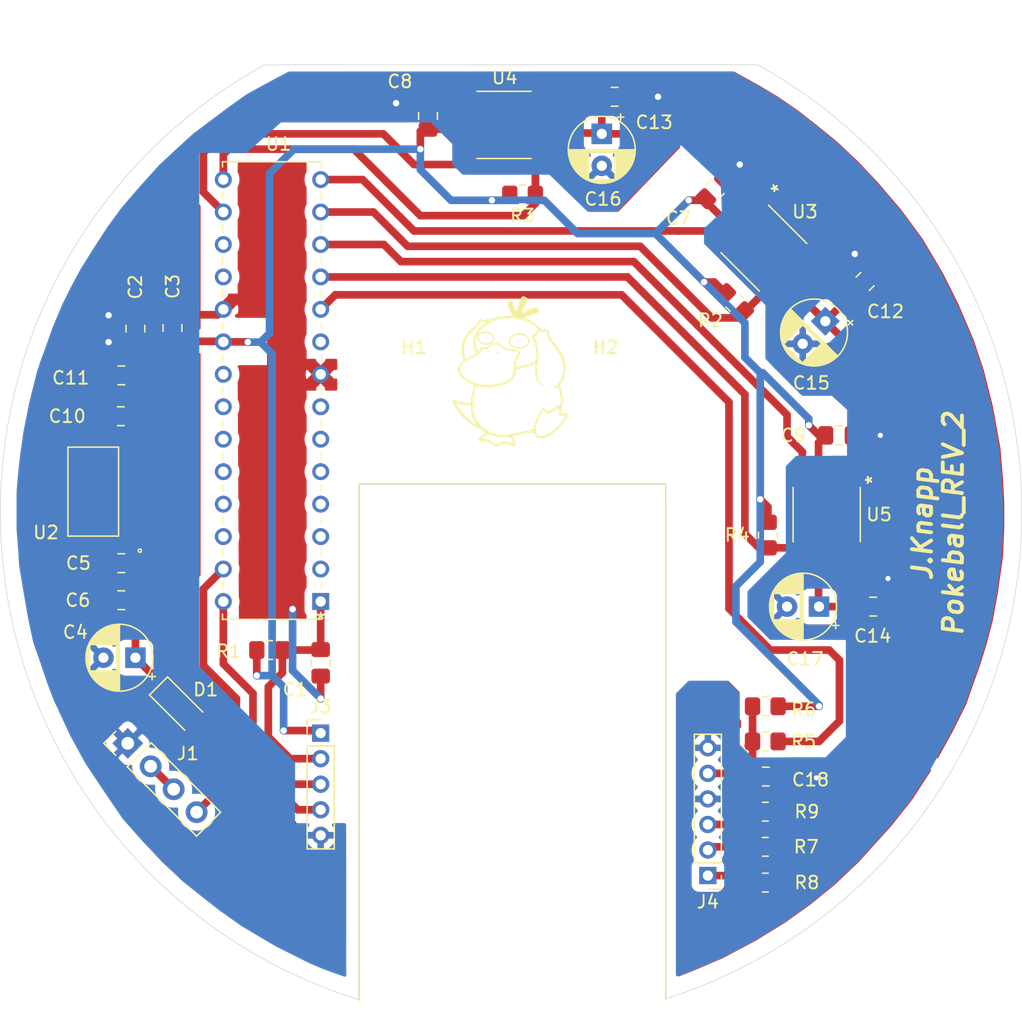
<source format=kicad_pcb>
(kicad_pcb (version 20171130) (host pcbnew "(5.1.10)-1")
  (layers (0 F.Cu signal) (31 B.Cu signal) (34 B.Paste user) (35 F.Paste user) (36 B.SilkS user) (37 F.SilkS user) (38 B.Mask user) (39 F.Mask user) (44 Edge.Cuts user))
  (net 0 "")
  (net 1 3.3V)
  (net 2 "Net-(C4-Pad1)")
  (net 3 "Net-(C12-Pad2)")
  (net 4 "Net-(C13-Pad2)")
  (net 5 "Net-(C14-Pad2)")
  (net 6 "Net-(C18-Pad1)")
  (net 7 "Net-(D1-Pad2)")
  (net 8 PGC)
  (net 9 PGD)
  (net 10 MCLR)
  (net 11 "Net-(J4-Pad3)")
  (net 12 "Net-(J4-Pad2)")
  (net 13 "Net-(J4-Pad1)")
  (net 14 BTN_RED_FLG)
  (net 15 BTN_GRN_FLG)
  (net 16 BTN_BLU_FLG)
  (net 17 BTN_SW)
  (net 18 "Net-(U1-Pad26)")
  (net 19 "Net-(U1-Pad25)")
  (net 20 "Net-(U1-Pad24)")
  (net 21 "Net-(U1-Pad23)")
  (net 22 "Net-(U1-Pad22)")
  (net 23 "Net-(U1-Pad21)")
  (net 24 "Net-(U1-Pad18)")
  (net 25 BTN_BLU)
  (net 26 BTN_GRN)
  (net 27 BTN_RED)
  (net 28 "Net-(U1-Pad9)")
  (net 29 "Net-(U1-Pad7)")
  (net 30 "Net-(U1-Pad6)")
  (net 31 "Net-(U1-Pad5)")
  (net 32 "Net-(U1-Pad4)")
  (net 33 "Net-(U1-Pad3)")
  (net 34 "Net-(U1-Pad2)")
  (net 35 "Net-(U3-Pad8)")
  (net 36 "Net-(U4-Pad8)")
  (net 37 "Net-(U5-Pad8)")
  (net 38 GND)
  (net 39 "Net-(U1-Pad17)")
  (net 40 "Net-(J1-Pad2)")
  (module Graphics:psyduck (layer F.Cu) (at 160.29 79.02)
    (fp_text reference G*** hide)
    (fp_text value LOGO hide)
  )
  (module Connector_PinHeader_2.00mm:PinHeader_1x06_P2.00mm_Vertical (layer F.Cu) (at 175.5 118.45 180)
    (fp_text reference J4 (at 0 -2.06) (layer F.SilkS))
    (fp_text value Conn_01x06_Female)
    (pad 6 thru_hole oval (at 0 10 180) (size 1.35 1.35) (drill 0.8) (layers *.Cu *.Mask) (net 38 GND))
    (pad 5 thru_hole oval (at 0 8 180) (size 1.35 1.35) (drill 0.8) (layers *.Cu *.Mask) (net 6 "Net-(C18-Pad1)"))
    (pad 4 thru_hole oval (at 0 6 180) (size 1.35 1.35) (drill 0.8) (layers *.Cu *.Mask) (net 38 GND))
    (pad 3 thru_hole oval (at 0 4 180) (size 1.35 1.35) (drill 0.8) (layers *.Cu *.Mask) (net 11 "Net-(J4-Pad3)"))
    (pad 2 thru_hole oval (at 0 2 180) (size 1.35 1.35) (drill 0.8) (layers *.Cu *.Mask) (net 12 "Net-(J4-Pad2)"))
    (pad 1 thru_hole rect (at 0 0 180) (size 1.35 1.35) (drill 0.8) (layers *.Cu *.Mask) (net 13 "Net-(J4-Pad1)"))
  )
  (module Connector_PinHeader_2.00mm:PinHeader_1x05_P2.00mm_Vertical (layer F.Cu) (at 145.2 107.3)
    (fp_text reference J3 (at 0 -2.06) (layer F.SilkS))
    (fp_text value Conn_01x05_Female)
    (pad 5 thru_hole oval (at 0 8) (size 1.35 1.35) (drill 0.8) (layers *.Cu *.Mask) (net 38 GND))
    (pad 4 thru_hole oval (at 0 6) (size 1.35 1.35) (drill 0.8) (layers *.Cu *.Mask) (net 8 PGC))
    (pad 3 thru_hole oval (at 0 4) (size 1.35 1.35) (drill 0.8) (layers *.Cu *.Mask) (net 9 PGD))
    (pad 2 thru_hole oval (at 0 2) (size 1.35 1.35) (drill 0.8) (layers *.Cu *.Mask) (net 10 MCLR))
    (pad 1 thru_hole rect (at 0 0) (size 1.35 1.35) (drill 0.8) (layers *.Cu *.Mask) (net 1 3.3V))
  )
  (module MountingHole:MountingHole_2.2mm_M2_DIN965 (layer F.Cu) (at 167.5 80)
    (fp_text reference H2 (at 0 -2.9) (layer F.SilkS))
    (fp_text value MountingHole)
    (pad 1 np_thru_hole circle (at 0 0) (size 2.2 2.2) (drill 2.2) (layers *.Cu *.Mask))
  )
  (module MountingHole:MountingHole_2.2mm_M2_DIN965 (layer F.Cu) (at 152.5 80)
    (fp_text reference H1 (at 0 -2.9) (layer F.SilkS))
    (fp_text value MountingHole)
    (pad 1 np_thru_hole circle (at 0 0) (size 2.2 2.2) (drill 2.2) (layers *.Cu *.Mask))
  )
  (module Connector_PinHeader_2.54mm:PinHeader_1x04_P2.54mm_Vertical (layer F.Cu) (at 130.1 108.1 45)
    (fp_text reference J1 (at 2.757716 3.889087) (layer F.SilkS))
    (fp_text value Conn_01x04_Female)
    (pad 4 thru_hole oval (at 0 7.62 45) (size 1.7 1.7) (drill 1) (layers *.Cu *.Mask) (net 7 "Net-(D1-Pad2)"))
    (pad 3 thru_hole oval (at 0 5.08 45) (size 1.7 1.7) (drill 1) (layers *.Cu *.Mask) (net 40 "Net-(J1-Pad2)"))
    (pad 2 thru_hole oval (at 0 2.54 45) (size 1.7 1.7) (drill 1) (layers *.Cu *.Mask) (net 40 "Net-(J1-Pad2)"))
    (pad 1 thru_hole rect (at 0 0 45) (size 1.7 1.7) (drill 1) (layers *.Cu *.Mask) (net 38 GND))
  )
  (module AP2161SG-13:AP2161SG-13 (layer F.Cu) (at 184.8 90.2 270)
    (fp_text reference U5 (at 0 -4.1 180) (layer F.SilkS))
    (fp_text value AP2161SG-13 hide)
    (fp_text user * (at -2.7178 -3.6068 90) (layer F.SilkS))
    (fp_text user * (at -2.7178 -3.6068 90) (layer F.SilkS))
    (pad 1 smd rect (at -2.4638 -1.905 270) (size 1.9812 0.5588) (layers F.Cu F.Paste F.Mask) (net 38 GND))
    (pad 2 smd rect (at -2.4638 -0.635 270) (size 1.9812 0.5588) (layers F.Cu F.Paste F.Mask) (net 1 3.3V))
    (pad 3 smd rect (at -2.4638 0.635 270) (size 1.9812 0.5588) (layers F.Cu F.Paste F.Mask) (net 1 3.3V))
    (pad 4 smd rect (at -2.4638 1.905 270) (size 1.9812 0.5588) (layers F.Cu F.Paste F.Mask) (net 25 BTN_BLU))
    (pad 5 smd rect (at 2.4638 1.905 270) (size 1.9812 0.5588) (layers F.Cu F.Paste F.Mask) (net 16 BTN_BLU_FLG))
    (pad 6 smd rect (at 2.4638 0.635 270) (size 1.9812 0.5588) (layers F.Cu F.Paste F.Mask) (net 5 "Net-(C14-Pad2)"))
    (pad 7 smd rect (at 2.4638 -0.635 270) (size 1.9812 0.5588) (layers F.Cu F.Paste F.Mask) (net 5 "Net-(C14-Pad2)"))
    (pad 8 smd rect (at 2.4638 -1.905 270) (size 1.9812 0.5588) (layers F.Cu F.Paste F.Mask) (net 37 "Net-(U5-Pad8)"))
  )
  (module AP2161SG-13:AP2161SG-13 (layer F.Cu) (at 159.54876 59.70114)
    (fp_text reference U4 (at 0.05124 -3.70114 180) (layer F.SilkS))
    (fp_text value AP2161SG-13 hide)
    (pad 8 smd rect (at 2.4638 -1.905) (size 1.9812 0.5588) (layers F.Cu F.Paste F.Mask) (net 36 "Net-(U4-Pad8)"))
    (pad 7 smd rect (at 2.4638 -0.635) (size 1.9812 0.5588) (layers F.Cu F.Paste F.Mask) (net 4 "Net-(C13-Pad2)"))
    (pad 6 smd rect (at 2.4638 0.635) (size 1.9812 0.5588) (layers F.Cu F.Paste F.Mask) (net 4 "Net-(C13-Pad2)"))
    (pad 5 smd rect (at 2.4638 1.905) (size 1.9812 0.5588) (layers F.Cu F.Paste F.Mask) (net 15 BTN_GRN_FLG))
    (pad 4 smd rect (at -2.4638 1.905) (size 1.9812 0.5588) (layers F.Cu F.Paste F.Mask) (net 26 BTN_GRN))
    (pad 3 smd rect (at -2.4638 0.635) (size 1.9812 0.5588) (layers F.Cu F.Paste F.Mask) (net 1 3.3V))
    (pad 2 smd rect (at -2.4638 -0.635) (size 1.9812 0.5588) (layers F.Cu F.Paste F.Mask) (net 1 3.3V))
    (pad 1 smd rect (at -2.4638 -1.905) (size 1.9812 0.5588) (layers F.Cu F.Paste F.Mask) (net 38 GND))
  )
  (module AP2161SG-13:AP2161SG-13 (layer F.Cu) (at 179.884669 69.337551 315)
    (fp_text reference U3 (at 0.267131 -4.280034) (layer F.SilkS))
    (fp_text value AP2161SG-13 hide)
    (fp_text user * (at -2.7178 -3.6068 135) (layer F.SilkS))
    (fp_text user * (at -2.7178 -3.6068 135) (layer F.SilkS))
    (pad 8 smd rect (at 2.4638 -1.905 315) (size 1.9812 0.5588) (layers F.Cu F.Paste F.Mask) (net 35 "Net-(U3-Pad8)"))
    (pad 7 smd rect (at 2.4638 -0.635 315) (size 1.9812 0.5588) (layers F.Cu F.Paste F.Mask) (net 3 "Net-(C12-Pad2)"))
    (pad 6 smd rect (at 2.4638 0.635 315) (size 1.9812 0.5588) (layers F.Cu F.Paste F.Mask) (net 3 "Net-(C12-Pad2)"))
    (pad 5 smd rect (at 2.4638 1.905 315) (size 1.9812 0.5588) (layers F.Cu F.Paste F.Mask) (net 14 BTN_RED_FLG))
    (pad 4 smd rect (at -2.4638 1.905 315) (size 1.9812 0.5588) (layers F.Cu F.Paste F.Mask) (net 27 BTN_RED))
    (pad 3 smd rect (at -2.4638 0.635 315) (size 1.9812 0.5588) (layers F.Cu F.Paste F.Mask) (net 1 3.3V))
    (pad 2 smd rect (at -2.4638 -0.635 315) (size 1.9812 0.5588) (layers F.Cu F.Paste F.Mask) (net 1 3.3V))
    (pad 1 smd rect (at -2.4638 -1.905 315) (size 1.9812 0.5588) (layers F.Cu F.Paste F.Mask) (net 38 GND))
  )
  (module MIC5209-3-3YS-TR:MIC5209-3.3YS-TR (layer F.Cu) (at 127.4 88.4 90)
    (fp_text reference U2 (at -3.2 -3.7 180) (layer F.SilkS))
    (fp_text value MIC5209-3.3YS-TR hide)
    (pad 4 smd rect (at 0 -3.2639 90) (size 3.2004 1.4732) (layers F.Cu F.Paste F.Mask) (net 38 GND))
    (pad 3 smd rect (at 2.3 3.2639 90) (size 0.9144 1.4732) (layers F.Cu F.Paste F.Mask) (net 1 3.3V))
    (pad 2 smd rect (at 0 3.2639 90) (size 0.9144 1.4732) (layers F.Cu F.Paste F.Mask) (net 38 GND))
    (pad 1 smd rect (at -2.3 3.2639 90) (size 0.9144 1.4732) (layers F.Cu F.Paste F.Mask) (net 2 "Net-(C4-Pad1)"))
  )
  (module PIC18F26Q10-I_SP:PIC18F26Q10-I&slash_SP (layer F.Cu) (at 145.2 97 180)
    (fp_text reference U1 (at 3.3 35.8) (layer F.SilkS))
    (fp_text value PIC18F26Q10-I_SP hide)
    (fp_text user * (at 0 -1.4224) (layer F.SilkS))
    (fp_text user * (at 0 -1.4224) (layer F.SilkS))
    (pad 28 thru_hole circle (at 7.62 0 180) (size 1.3208 1.3208) (drill 0.8128) (layers *.Cu *.Mask) (net 9 PGD))
    (pad 27 thru_hole circle (at 7.62 2.54 180) (size 1.3208 1.3208) (drill 0.8128) (layers *.Cu *.Mask) (net 8 PGC))
    (pad 26 thru_hole circle (at 7.62 5.08 180) (size 1.3208 1.3208) (drill 0.8128) (layers *.Cu *.Mask) (net 18 "Net-(U1-Pad26)"))
    (pad 25 thru_hole circle (at 7.62 7.62 180) (size 1.3208 1.3208) (drill 0.8128) (layers *.Cu *.Mask) (net 19 "Net-(U1-Pad25)"))
    (pad 24 thru_hole circle (at 7.62 10.16 180) (size 1.3208 1.3208) (drill 0.8128) (layers *.Cu *.Mask) (net 20 "Net-(U1-Pad24)"))
    (pad 23 thru_hole circle (at 7.62 12.7 180) (size 1.3208 1.3208) (drill 0.8128) (layers *.Cu *.Mask) (net 21 "Net-(U1-Pad23)"))
    (pad 22 thru_hole circle (at 7.62 15.24 180) (size 1.3208 1.3208) (drill 0.8128) (layers *.Cu *.Mask) (net 22 "Net-(U1-Pad22)"))
    (pad 21 thru_hole circle (at 7.62 17.78 180) (size 1.3208 1.3208) (drill 0.8128) (layers *.Cu *.Mask) (net 23 "Net-(U1-Pad21)"))
    (pad 20 thru_hole circle (at 7.62 20.32 180) (size 1.3208 1.3208) (drill 0.8128) (layers *.Cu *.Mask) (net 1 3.3V))
    (pad 19 thru_hole circle (at 7.62 22.86 180) (size 1.3208 1.3208) (drill 0.8128) (layers *.Cu *.Mask) (net 38 GND))
    (pad 18 thru_hole circle (at 7.62 25.4 180) (size 1.3208 1.3208) (drill 0.8128) (layers *.Cu *.Mask) (net 24 "Net-(U1-Pad18)"))
    (pad 17 thru_hole circle (at 7.62 27.94 180) (size 1.3208 1.3208) (drill 0.8128) (layers *.Cu *.Mask) (net 39 "Net-(U1-Pad17)"))
    (pad 16 thru_hole circle (at 7.62 30.48 180) (size 1.3208 1.3208) (drill 0.8128) (layers *.Cu *.Mask) (net 26 BTN_GRN))
    (pad 15 thru_hole circle (at 7.62 33.02 180) (size 1.3208 1.3208) (drill 0.8128) (layers *.Cu *.Mask) (net 15 BTN_GRN_FLG))
    (pad 14 thru_hole circle (at 0 33.02 180) (size 1.3208 1.3208) (drill 0.8128) (layers *.Cu *.Mask) (net 27 BTN_RED))
    (pad 13 thru_hole circle (at 0 30.48 180) (size 1.3208 1.3208) (drill 0.8128) (layers *.Cu *.Mask) (net 14 BTN_RED_FLG))
    (pad 12 thru_hole circle (at 0 27.94 180) (size 1.3208 1.3208) (drill 0.8128) (layers *.Cu *.Mask) (net 25 BTN_BLU))
    (pad 11 thru_hole circle (at 0 25.4 180) (size 1.3208 1.3208) (drill 0.8128) (layers *.Cu *.Mask) (net 16 BTN_BLU_FLG))
    (pad 10 thru_hole circle (at 0 22.86 180) (size 1.3208 1.3208) (drill 0.8128) (layers *.Cu *.Mask) (net 17 BTN_SW))
    (pad 9 thru_hole circle (at 0 20.32 180) (size 1.3208 1.3208) (drill 0.8128) (layers *.Cu *.Mask) (net 28 "Net-(U1-Pad9)"))
    (pad 8 thru_hole circle (at 0 17.78 180) (size 1.3208 1.3208) (drill 0.8128) (layers *.Cu *.Mask) (net 38 GND))
    (pad 7 thru_hole circle (at 0 15.24 180) (size 1.3208 1.3208) (drill 0.8128) (layers *.Cu *.Mask) (net 29 "Net-(U1-Pad7)"))
    (pad 6 thru_hole circle (at 0 12.7 180) (size 1.3208 1.3208) (drill 0.8128) (layers *.Cu *.Mask) (net 30 "Net-(U1-Pad6)"))
    (pad 5 thru_hole circle (at 0 10.16 180) (size 1.3208 1.3208) (drill 0.8128) (layers *.Cu *.Mask) (net 31 "Net-(U1-Pad5)"))
    (pad 4 thru_hole circle (at 0 7.62 180) (size 1.3208 1.3208) (drill 0.8128) (layers *.Cu *.Mask) (net 32 "Net-(U1-Pad4)"))
    (pad 3 thru_hole circle (at 0 5.08 180) (size 1.3208 1.3208) (drill 0.8128) (layers *.Cu *.Mask) (net 33 "Net-(U1-Pad3)"))
    (pad 2 thru_hole circle (at 0 2.54 180) (size 1.3208 1.3208) (drill 0.8128) (layers *.Cu *.Mask) (net 34 "Net-(U1-Pad2)"))
    (pad 1 thru_hole rect (at 0 0 180) (size 1.3208 1.3208) (drill 0.8128) (layers *.Cu *.Mask) (net 10 MCLR))
  )
  (module Resistor_SMD:R_0805_2012Metric_Pad1.20x1.40mm_HandSolder (layer F.Cu) (at 180 113.45)
    (fp_text reference R9 (at 3.25 0) (layer F.SilkS))
    (fp_text value 24)
    (pad 2 smd roundrect (at 1 0) (size 1.2 1.4) (layers F.Cu F.Paste F.Mask) (roundrect_rratio 0.2083325) (net 5 "Net-(C14-Pad2)"))
    (pad 1 smd roundrect (at -1 0) (size 1.2 1.4) (layers F.Cu F.Paste F.Mask) (roundrect_rratio 0.2083325) (net 11 "Net-(J4-Pad3)"))
  )
  (module Resistor_SMD:R_0805_2012Metric_Pad1.20x1.40mm_HandSolder (layer F.Cu) (at 180 119)
    (fp_text reference R8 (at 3.25 0) (layer F.SilkS))
    (fp_text value 24)
    (pad 2 smd roundrect (at 1 0) (size 1.2 1.4) (layers F.Cu F.Paste F.Mask) (roundrect_rratio 0.2083325) (net 4 "Net-(C13-Pad2)"))
    (pad 1 smd roundrect (at -1 0) (size 1.2 1.4) (layers F.Cu F.Paste F.Mask) (roundrect_rratio 0.2083325) (net 13 "Net-(J4-Pad1)"))
  )
  (module Resistor_SMD:R_0805_2012Metric_Pad1.20x1.40mm_HandSolder (layer F.Cu) (at 180 116.2)
    (fp_text reference R7 (at 3.2 0) (layer F.SilkS))
    (fp_text value 56)
    (pad 2 smd roundrect (at 1 0) (size 1.2 1.4) (layers F.Cu F.Paste F.Mask) (roundrect_rratio 0.2083325) (net 3 "Net-(C12-Pad2)"))
    (pad 1 smd roundrect (at -1 0) (size 1.2 1.4) (layers F.Cu F.Paste F.Mask) (roundrect_rratio 0.2083325) (net 12 "Net-(J4-Pad2)"))
  )
  (module Resistor_SMD:R_0805_2012Metric_Pad1.20x1.40mm_HandSolder (layer F.Cu) (at 180 105.2)
    (fp_text reference R6 (at 3 0.25) (layer F.SilkS))
    (fp_text value 4.7K)
    (pad 2 smd roundrect (at 1 0) (size 1.2 1.4) (layers F.Cu F.Paste F.Mask) (roundrect_rratio 0.2083325) (net 1 3.3V))
    (pad 1 smd roundrect (at -1 0) (size 1.2 1.4) (layers F.Cu F.Paste F.Mask) (roundrect_rratio 0.2083325) (net 6 "Net-(C18-Pad1)"))
  )
  (module Resistor_SMD:R_0805_2012Metric_Pad1.20x1.40mm_HandSolder (layer F.Cu) (at 180 107.95)
    (fp_text reference R5 (at 3 0) (layer F.SilkS))
    (fp_text value 100)
    (pad 2 smd roundrect (at 1 0) (size 1.2 1.4) (layers F.Cu F.Paste F.Mask) (roundrect_rratio 0.2083325) (net 17 BTN_SW))
    (pad 1 smd roundrect (at -1 0) (size 1.2 1.4) (layers F.Cu F.Paste F.Mask) (roundrect_rratio 0.2083325) (net 6 "Net-(C18-Pad1)"))
  )
  (module Resistor_SMD:R_0805_2012Metric_Pad1.20x1.40mm_HandSolder (layer F.Cu) (at 180.2 91.8 90)
    (fp_text reference R4 (at 0 -2.4 180) (layer F.SilkS))
    (fp_text value 10K)
    (pad 1 smd roundrect (at -1 0 90) (size 1.2 1.4) (layers F.Cu F.Paste F.Mask) (roundrect_rratio 0.2083325) (net 16 BTN_BLU_FLG))
    (pad 2 smd roundrect (at 1 0 90) (size 1.2 1.4) (layers F.Cu F.Paste F.Mask) (roundrect_rratio 0.2083325) (net 1 3.3V))
  )
  (module Resistor_SMD:R_0805_2012Metric_Pad1.20x1.40mm_HandSolder (layer F.Cu) (at 161 65.15114 180)
    (fp_text reference R3 (at 0 -1.65) (layer F.SilkS))
    (fp_text value 10K)
    (pad 2 smd roundrect (at 1 0 180) (size 1.2 1.4) (layers F.Cu F.Paste F.Mask) (roundrect_rratio 0.2083325) (net 1 3.3V))
    (pad 1 smd roundrect (at -1 0 180) (size 1.2 1.4) (layers F.Cu F.Paste F.Mask) (roundrect_rratio 0.2083325) (net 15 BTN_GRN_FLG))
  )
  (module Resistor_SMD:R_0805_2012Metric_Pad1.20x1.40mm_HandSolder (layer F.Cu) (at 177.6 73.6 135)
    (fp_text reference R2 (at 0.353553 -2.333452) (layer F.SilkS))
    (fp_text value 10K)
    (pad 2 smd roundrect (at 1 0 135) (size 1.2 1.4) (layers F.Cu F.Paste F.Mask) (roundrect_rratio 0.2083325) (net 1 3.3V))
    (pad 1 smd roundrect (at -1 0 135) (size 1.2 1.4) (layers F.Cu F.Paste F.Mask) (roundrect_rratio 0.2083325) (net 14 BTN_RED_FLG))
  )
  (module Resistor_SMD:R_0805_2012Metric_Pad1.20x1.40mm_HandSolder (layer F.Cu) (at 141.2 100.8 180)
    (fp_text reference R1 (at 3.2 -0.1) (layer F.SilkS))
    (fp_text value 4.7K)
    (pad 2 smd roundrect (at 1 0 180) (size 1.2 1.4) (layers F.Cu F.Paste F.Mask) (roundrect_rratio 0.2083325) (net 1 3.3V))
    (pad 1 smd roundrect (at -1 0 180) (size 1.2 1.4) (layers F.Cu F.Paste F.Mask) (roundrect_rratio 0.2083325) (net 10 MCLR))
  )
  (module Diode_SMD:D_SOD-123 (layer F.Cu) (at 134.1 105.2 315)
    (fp_text reference D1 (at 0.565685 -2.404163 180) (layer F.SilkS))
    (fp_text value "20V 1A")
    (pad 2 smd rect (at 1.65 0 315) (size 0.9 1.2) (layers F.Cu F.Paste F.Mask) (net 7 "Net-(D1-Pad2)"))
    (pad 1 smd rect (at -1.65 0 315) (size 0.9 1.2) (layers F.Cu F.Paste F.Mask) (net 2 "Net-(C4-Pad1)"))
  )
  (module Capacitor_SMD:C_0805_2012Metric_Pad1.18x1.45mm_HandSolder (layer F.Cu) (at 180.0375 110.7)
    (fp_text reference C18 (at 3.5 0.25) (layer F.SilkS))
    (fp_text value 0.1uF)
    (pad 1 smd roundrect (at -1.0375 0) (size 1.175 1.45) (layers F.Cu F.Paste F.Mask) (roundrect_rratio 0.2127659574468085) (net 6 "Net-(C18-Pad1)"))
    (pad 2 smd roundrect (at 1.0375 0) (size 1.175 1.45) (layers F.Cu F.Paste F.Mask) (roundrect_rratio 0.2127659574468085) (net 38 GND))
  )
  (module Capacitor_THT:CP_Radial_D5.0mm_P2.50mm (layer F.Cu) (at 184.2 97.4 180)
    (fp_text reference C17 (at 1.1 -4.1) (layer F.SilkS))
    (fp_text value 120uF)
    (pad 1 thru_hole rect (at 0 0 180) (size 1.6 1.6) (drill 0.8) (layers *.Cu *.Mask) (net 5 "Net-(C14-Pad2)"))
    (pad 2 thru_hole circle (at 2.5 0 180) (size 1.6 1.6) (drill 0.8) (layers *.Cu *.Mask) (net 38 GND))
  )
  (module Capacitor_THT:CP_Radial_D5.0mm_P2.50mm (layer F.Cu) (at 167.2 60.4 270)
    (fp_text reference C16 (at 5.1 -0.1) (layer F.SilkS))
    (fp_text value 120uF)
    (pad 2 thru_hole circle (at 2.5 0 270) (size 1.6 1.6) (drill 0.8) (layers *.Cu *.Mask) (net 38 GND))
    (pad 1 thru_hole rect (at 0 0 270) (size 1.6 1.6) (drill 0.8) (layers *.Cu *.Mask) (net 4 "Net-(C13-Pad2)"))
  )
  (module Capacitor_THT:CP_Radial_D5.0mm_P2.50mm (layer F.Cu) (at 184.692995 75.065115 225)
    (fp_text reference C15 (at 4.191644 -2.645916 180) (layer F.SilkS))
    (fp_text value 120uF)
    (pad 2 thru_hole circle (at 2.5 0 225) (size 1.6 1.6) (drill 0.8) (layers *.Cu *.Mask) (net 38 GND))
    (pad 1 thru_hole rect (at 0 0 225) (size 1.6 1.6) (drill 0.8) (layers *.Cu *.Mask) (net 3 "Net-(C12-Pad2)"))
  )
  (module Capacitor_SMD:C_0805_2012Metric_Pad1.18x1.45mm_HandSolder (layer F.Cu) (at 188.4375 97.4 180)
    (fp_text reference C14 (at 0.0375 -2.3) (layer F.SilkS))
    (fp_text value 0.1uF)
    (pad 1 smd roundrect (at -1.0375 0 180) (size 1.175 1.45) (layers F.Cu F.Paste F.Mask) (roundrect_rratio 0.2127659574468085) (net 38 GND))
    (pad 2 smd roundrect (at 1.0375 0 180) (size 1.175 1.45) (layers F.Cu F.Paste F.Mask) (roundrect_rratio 0.2127659574468085) (net 5 "Net-(C14-Pad2)"))
  )
  (module Capacitor_SMD:C_0805_2012Metric_Pad1.18x1.45mm_HandSolder (layer F.Cu) (at 168.2 57.5 180)
    (fp_text reference C13 (at -3.1 -2) (layer F.SilkS))
    (fp_text value 0.1uF)
    (pad 2 smd roundrect (at 1.0375 0 180) (size 1.175 1.45) (layers F.Cu F.Paste F.Mask) (roundrect_rratio 0.2127659574468085) (net 4 "Net-(C13-Pad2)"))
    (pad 1 smd roundrect (at -1.0375 0 180) (size 1.175 1.45) (layers F.Cu F.Paste F.Mask) (roundrect_rratio 0.2127659574468085) (net 38 GND))
  )
  (module Capacitor_SMD:C_0805_2012Metric_Pad1.18x1.45mm_HandSolder (layer F.Cu) (at 187.804265 71.953846 225)
    (fp_text reference C12 (at 0.530626 -2.787336) (layer F.SilkS))
    (fp_text value 0.1uF)
    (pad 2 smd roundrect (at 1.0375 0 225) (size 1.175 1.45) (layers F.Cu F.Paste F.Mask) (roundrect_rratio 0.2127659574468085) (net 3 "Net-(C12-Pad2)"))
    (pad 1 smd roundrect (at -1.0375 0 225) (size 1.175 1.45) (layers F.Cu F.Paste F.Mask) (roundrect_rratio 0.2127659574468085) (net 38 GND))
  )
  (module Capacitor_SMD:C_0805_2012Metric_Pad1.18x1.45mm_HandSolder (layer F.Cu) (at 129.6 79.3)
    (fp_text reference C11 (at -3.9625 0.2) (layer F.SilkS))
    (fp_text value 0.1uF)
    (pad 2 smd roundrect (at 1.0375 0) (size 1.175 1.45) (layers F.Cu F.Paste F.Mask) (roundrect_rratio 0.2127659574468085) (net 1 3.3V))
    (pad 1 smd roundrect (at -1.0375 0) (size 1.175 1.45) (layers F.Cu F.Paste F.Mask) (roundrect_rratio 0.2127659574468085) (net 38 GND))
  )
  (module Capacitor_SMD:C_0805_2012Metric_Pad1.18x1.45mm_HandSolder (layer F.Cu) (at 129.5625 82.5)
    (fp_text reference C10 (at -4.2 0) (layer F.SilkS))
    (fp_text value 10uF)
    (pad 2 smd roundrect (at 1.0375 0) (size 1.175 1.45) (layers F.Cu F.Paste F.Mask) (roundrect_rratio 0.2127659574468085) (net 1 3.3V))
    (pad 1 smd roundrect (at -1.0375 0) (size 1.175 1.45) (layers F.Cu F.Paste F.Mask) (roundrect_rratio 0.2127659574468085) (net 38 GND))
  )
  (module Capacitor_SMD:C_0805_2012Metric_Pad1.18x1.45mm_HandSolder (layer F.Cu) (at 185.7625 84 180)
    (fp_text reference C9 (at 3.5625 0) (layer F.SilkS))
    (fp_text value 1uF)
    (pad 1 smd roundrect (at -1.0375 0 180) (size 1.175 1.45) (layers F.Cu F.Paste F.Mask) (roundrect_rratio 0.2127659574468085) (net 38 GND))
    (pad 2 smd roundrect (at 1.0375 0 180) (size 1.175 1.45) (layers F.Cu F.Paste F.Mask) (roundrect_rratio 0.2127659574468085) (net 1 3.3V))
  )
  (module Capacitor_SMD:C_0805_2012Metric_Pad1.18x1.45mm_HandSolder (layer F.Cu) (at 153.6 59 270)
    (fp_text reference C8 (at -2.7 2.2 180) (layer F.SilkS))
    (fp_text value 1uF)
    (pad 2 smd roundrect (at 1.0375 0 270) (size 1.175 1.45) (layers F.Cu F.Paste F.Mask) (roundrect_rratio 0.2127659574468085) (net 1 3.3V))
    (pad 1 smd roundrect (at -1.0375 0 270) (size 1.175 1.45) (layers F.Cu F.Paste F.Mask) (roundrect_rratio 0.2127659574468085) (net 38 GND))
  )
  (module Capacitor_SMD:C_0805_2012Metric_Pad1.18x1.45mm_HandSolder (layer F.Cu) (at 176.066293 64.741356 225)
    (fp_text reference C7 (at 3.623878 0.429673) (layer F.SilkS))
    (fp_text value 1uF)
    (pad 2 smd roundrect (at 1.0375 0 225) (size 1.175 1.45) (layers F.Cu F.Paste F.Mask) (roundrect_rratio 0.2127659574468085) (net 1 3.3V))
    (pad 1 smd roundrect (at -1.0375 0 225) (size 1.175 1.45) (layers F.Cu F.Paste F.Mask) (roundrect_rratio 0.2127659574468085) (net 38 GND))
  )
  (module Capacitor_SMD:C_0805_2012Metric_Pad1.18x1.45mm_HandSolder (layer F.Cu) (at 129.6 96.9)
    (fp_text reference C6 (at -3.4 0) (layer F.SilkS))
    (fp_text value 0.1uF)
    (pad 2 smd roundrect (at 1.0375 0) (size 1.175 1.45) (layers F.Cu F.Paste F.Mask) (roundrect_rratio 0.2127659574468085) (net 2 "Net-(C4-Pad1)"))
    (pad 1 smd roundrect (at -1.0375 0) (size 1.175 1.45) (layers F.Cu F.Paste F.Mask) (roundrect_rratio 0.2127659574468085) (net 38 GND))
  )
  (module Capacitor_SMD:C_0805_2012Metric_Pad1.18x1.45mm_HandSolder (layer F.Cu) (at 129.6 94)
    (fp_text reference C5 (at -3.3625 0) (layer F.SilkS))
    (fp_text value 10uF)
    (pad 2 smd roundrect (at 1.0375 0) (size 1.175 1.45) (layers F.Cu F.Paste F.Mask) (roundrect_rratio 0.2127659574468085) (net 2 "Net-(C4-Pad1)"))
    (pad 1 smd roundrect (at -1.0375 0) (size 1.175 1.45) (layers F.Cu F.Paste F.Mask) (roundrect_rratio 0.2127659574468085) (net 38 GND))
  )
  (module Capacitor_THT:CP_Radial_D5.0mm_P2.50mm (layer F.Cu) (at 130.7 101.4 180)
    (fp_text reference C4 (at 4.7 2) (layer F.SilkS))
    (fp_text value 100uF)
    (pad 2 thru_hole circle (at 2.5 0 180) (size 1.6 1.6) (drill 0.8) (layers *.Cu *.Mask) (net 38 GND))
    (pad 1 thru_hole rect (at 0 0 180) (size 1.6 1.6) (drill 0.8) (layers *.Cu *.Mask) (net 2 "Net-(C4-Pad1)"))
  )
  (module Capacitor_SMD:C_0805_2012Metric_Pad1.18x1.45mm_HandSolder (layer F.Cu) (at 133.6 75.6 270)
    (fp_text reference C3 (at -3.25 -0.02 90) (layer F.SilkS))
    (fp_text value 0.1uF)
    (pad 2 smd roundrect (at 1.0375 0 270) (size 1.175 1.45) (layers F.Cu F.Paste F.Mask) (roundrect_rratio 0.2127659574468085) (net 1 3.3V))
    (pad 1 smd roundrect (at -1.0375 0 270) (size 1.175 1.45) (layers F.Cu F.Paste F.Mask) (roundrect_rratio 0.2127659574468085) (net 38 GND))
  )
  (module Capacitor_SMD:C_0805_2012Metric_Pad1.18x1.45mm_HandSolder (layer F.Cu) (at 130.7 75.6375 270)
    (fp_text reference C2 (at -3.25 0 90) (layer F.SilkS))
    (fp_text value 10uF)
    (pad 2 smd roundrect (at 1.0375 0 270) (size 1.175 1.45) (layers F.Cu F.Paste F.Mask) (roundrect_rratio 0.2127659574468085) (net 1 3.3V))
    (pad 1 smd roundrect (at -1.0375 0 270) (size 1.175 1.45) (layers F.Cu F.Paste F.Mask) (roundrect_rratio 0.2127659574468085) (net 38 GND))
  )
  (module Capacitor_SMD:C_0805_2012Metric_Pad1.18x1.45mm_HandSolder (layer F.Cu) (at 145.2 101.8 90)
    (fp_text reference C1 (at -2.1 -2 180) (layer F.SilkS))
    (fp_text value 0.1uF)
    (pad 2 smd roundrect (at 1.0375 0 90) (size 1.175 1.45) (layers F.Cu F.Paste F.Mask) (roundrect_rratio 0.2127659574468085) (net 10 MCLR))
    (pad 1 smd roundrect (at -1.0375 0 90) (size 1.175 1.45) (layers F.Cu F.Paste F.Mask) (roundrect_rratio 0.2127659574468085) (net 38 GND))
  )
  (gr_arc (start 160.1 90.01) (end 140.810001 55.000001) (angle -133.8354743) (layer Edge.Cuts) (width 0.05))
  (gr_arc (start 160.1 90) (end 172.209998 128.089998) (angle -133.5087924) (layer Edge.Cuts) (width 0.05))
  (gr_line (start 179.388164 54.993333) (end 140.810001 55.000001) (layer Edge.Cuts) (width 0.05))
  (gr_line (start 172.2 87.81) (end 172.209998 128.089998) (layer Edge.Cuts) (width 0.05))
  (gr_line (start 148.2 87.81) (end 172.2 87.81) (layer Edge.Cuts) (width 0.05))
  (gr_line (start 148.206242 128.172057) (end 148.2 87.81) (layer Edge.Cuts) (width 0.05))
  (gr_text "J.Knapp\nPokeball_REV_2" (at 193.5 90.9 90) (layer F.SilkS) (effects (font (size 1.5 1.5) (thickness 0.3) italic)))
  (gr_line (start 148.2 87.8) (end 148.2 128.2) (layer F.SilkS) (width 0.12))
  (gr_line (start 172.2 87.8) (end 172.2 128.2) (layer F.SilkS) (width 0.12))
  (gr_line (start 148.2 87.8) (end 172.2 87.8) (layer F.SilkS) (width 0.12))
  (via (at 142.3 107.1) (size 0.6) (drill 0.5) (layers F.Cu B.Cu) (net 1))
  (via (at 140.2 102.8) (size 0.6) (drill 0.5) (layers F.Cu B.Cu) (net 1))
  (via (at 175.2 72) (size 0.6) (drill 0.5) (layers F.Cu B.Cu) (net 1))
  (via (at 174 65.6) (size 0.6) (drill 0.5) (layers F.Cu B.Cu) (net 1))
  (via (at 153 61.6) (size 0.6) (drill 0.5) (layers F.Cu B.Cu) (net 1))
  (via (at 158.6 65.6) (size 0.6) (drill 0.5) (layers F.Cu B.Cu) (net 1))
  (via (at 184.2 105.2) (size 0.6) (drill 0.5) (layers F.Cu B.Cu) (net 1))
  (via (at 183.4 83.2) (size 0.6) (drill 0.5) (layers F.Cu B.Cu) (net 1))
  (via (at 179.6 89) (size 0.6) (drill 0.5) (layers F.Cu B.Cu) (net 1))
  (segment (start 184.165 84.56) (end 184.725 84) (width 0.6) (layer F.Cu) (net 1))
  (segment (start 184.165 87.7362) (end 184.165 84.56) (width 0.6) (layer F.Cu) (net 1))
  (segment (start 184.165 87.7362) (end 185.435 87.7362) (width 0.6) (layer F.Cu) (net 1))
  (segment (start 180.2 90.8) (end 180.226801 90.773199) (width 0.6) (layer F.Cu) (net 1))
  (segment (start 180.2 89.6) (end 179.6 89) (width 0.6) (layer F.Cu) (net 1))
  (segment (start 180.2 90.8) (end 180.2 89.6) (width 0.6) (layer F.Cu) (net 1))
  (segment (start 184.2 84) (end 183.4 83.2) (width 0.6) (layer F.Cu) (net 1))
  (segment (start 184.725 84) (end 184.2 84) (width 0.6) (layer F.Cu) (net 1))
  (segment (start 181 105.2) (end 184.2 105.2) (width 0.6) (layer F.Cu) (net 1))
  (segment (start 175.33267 65.683577) (end 177.693487 68.044394) (width 0.6) (layer F.Cu) (net 1))
  (segment (start 175.33267 65.474979) (end 175.33267 65.683577) (width 0.6) (layer F.Cu) (net 1))
  (segment (start 177.693487 68.044394) (end 178.591512 67.146369) (width 0.6) (layer F.Cu) (net 1))
  (segment (start 156.78632 60.0375) (end 157.08496 60.33614) (width 0.6) (layer F.Cu) (net 1))
  (segment (start 153.6 60.0375) (end 156.78632 60.0375) (width 0.6) (layer F.Cu) (net 1))
  (segment (start 157.08496 60.33614) (end 157.08496 59.06614) (width 0.6) (layer F.Cu) (net 1))
  (segment (start 153.6 60.0375) (end 153.1625 60.0375) (width 0.6) (layer F.Cu) (net 1))
  (segment (start 153 60.2) (end 153 61.6) (width 0.6) (layer F.Cu) (net 1))
  (segment (start 153.1625 60.0375) (end 153 60.2) (width 0.6) (layer F.Cu) (net 1))
  (segment (start 159.55114 65.6) (end 160 65.15114) (width 0.6) (layer F.Cu) (net 1))
  (segment (start 158.6 65.6) (end 159.55114 65.6) (width 0.6) (layer F.Cu) (net 1))
  (segment (start 175.207649 65.6) (end 175.33267 65.474979) (width 0.6) (layer F.Cu) (net 1))
  (segment (start 174 65.6) (end 175.207649 65.6) (width 0.6) (layer F.Cu) (net 1))
  (segment (start 176 72) (end 176.892893 72.892893) (width 0.6) (layer F.Cu) (net 1))
  (segment (start 175.2 72) (end 176 72) (width 0.6) (layer F.Cu) (net 1))
  (segment (start 130.6 79.3375) (end 130.6375 79.3) (width 0.6) (layer F.Cu) (net 1))
  (segment (start 130.6639 82.5639) (end 130.6 82.5) (width 0.6) (layer F.Cu) (net 1))
  (segment (start 130.6639 86.1) (end 130.6639 82.5639) (width 0.6) (layer F.Cu) (net 1))
  (segment (start 140.2 102.8) (end 140.2 100.8) (width 0.6) (layer F.Cu) (net 1))
  (segment (start 145 107.1) (end 145.2 107.3) (width 0.6) (layer F.Cu) (net 1))
  (segment (start 142.3 107.1) (end 145 107.1) (width 0.6) (layer F.Cu) (net 1))
  (segment (start 130.6 82.5) (end 130.6 79.3375) (width 0.6) (layer F.Cu) (net 1))
  (via (at 139.5 76.7) (size 0.6) (drill 0.5) (layers F.Cu B.Cu) (net 1))
  (segment (start 139.5 76.7) (end 140.5 76.7) (width 0.6) (layer B.Cu) (net 1))
  (segment (start 140.5 76.7) (end 141.2 76) (width 0.6) (layer B.Cu) (net 1))
  (segment (start 141.2 76) (end 141.2 63.5) (width 0.6) (layer B.Cu) (net 1))
  (segment (start 143.1 61.6) (end 153 61.6) (width 0.6) (layer B.Cu) (net 1))
  (segment (start 141.2 63.5) (end 143.1 61.6) (width 0.6) (layer B.Cu) (net 1))
  (segment (start 153 61.6) (end 153 63.2) (width 0.6) (layer B.Cu) (net 1))
  (segment (start 155.4 65.6) (end 158.6 65.6) (width 0.6) (layer B.Cu) (net 1))
  (segment (start 153 63.2) (end 155.4 65.6) (width 0.6) (layer B.Cu) (net 1))
  (segment (start 158.6 65.6) (end 162.7 65.6) (width 0.6) (layer B.Cu) (net 1))
  (segment (start 162.7 65.6) (end 165.3 68.2) (width 0.6) (layer B.Cu) (net 1))
  (segment (start 171.4 68.2) (end 174 65.6) (width 0.6) (layer B.Cu) (net 1))
  (segment (start 165.3 68.2) (end 171.4 68.2) (width 0.6) (layer B.Cu) (net 1))
  (segment (start 171.4 68.2) (end 175.2 72) (width 0.6) (layer B.Cu) (net 1))
  (segment (start 175.2 72) (end 178.4 75.2) (width 0.6) (layer B.Cu) (net 1))
  (segment (start 178.4 75.2) (end 178.4 77.9) (width 0.6) (layer B.Cu) (net 1))
  (segment (start 179.6 79.1) (end 179.6 89) (width 0.6) (layer B.Cu) (net 1))
  (segment (start 178.4 77.9) (end 179.6 79.1) (width 0.6) (layer B.Cu) (net 1))
  (segment (start 183.4 83.2) (end 183.4 82.7) (width 0.6) (layer B.Cu) (net 1))
  (segment (start 179.8 79.1) (end 179.6 79.1) (width 0.6) (layer B.Cu) (net 1))
  (segment (start 183.4 82.7) (end 179.8 79.1) (width 0.6) (layer B.Cu) (net 1))
  (segment (start 179.6 89) (end 179.6 93.9) (width 0.6) (layer B.Cu) (net 1))
  (segment (start 179.6 93.9) (end 177.7 95.8) (width 0.6) (layer B.Cu) (net 1))
  (segment (start 177.7 95.8) (end 177.7 98.6) (width 0.6) (layer B.Cu) (net 1))
  (segment (start 184.2 105.1) (end 184.2 105.2) (width 0.6) (layer B.Cu) (net 1))
  (segment (start 177.7 98.6) (end 184.2 105.1) (width 0.6) (layer B.Cu) (net 1))
  (segment (start 140.2 102.8) (end 141.4 102.8) (width 0.6) (layer B.Cu) (net 1))
  (segment (start 142.3 103.7) (end 142.3 107.1) (width 0.6) (layer B.Cu) (net 1))
  (segment (start 141.4 102.8) (end 142.3 103.7) (width 0.6) (layer B.Cu) (net 1))
  (segment (start 141.4 77.6) (end 141.4 102.8) (width 0.6) (layer B.Cu) (net 1))
  (segment (start 140.5 76.7) (end 141.4 77.6) (width 0.6) (layer B.Cu) (net 1))
  (segment (start 130.6375 76.7375) (end 130.7 76.675) (width 0.6) (layer F.Cu) (net 1))
  (segment (start 130.6375 79.3) (end 130.6375 76.7375) (width 0.6) (layer F.Cu) (net 1))
  (segment (start 133.5625 76.675) (end 133.6 76.6375) (width 0.6) (layer F.Cu) (net 1))
  (segment (start 130.7 76.675) (end 133.5625 76.675) (width 0.6) (layer F.Cu) (net 1))
  (segment (start 137.5375 76.6375) (end 137.58 76.68) (width 0.6) (layer F.Cu) (net 1))
  (segment (start 133.6 76.6375) (end 137.5375 76.6375) (width 0.6) (layer F.Cu) (net 1))
  (segment (start 139.48 76.68) (end 139.5 76.7) (width 0.6) (layer F.Cu) (net 1))
  (segment (start 137.58 76.68) (end 139.48 76.68) (width 0.6) (layer F.Cu) (net 1))
  (segment (start 130.6375 90.7264) (end 130.6639 90.7) (width 0.6) (layer F.Cu) (net 2))
  (segment (start 130.6375 94) (end 130.6375 90.7264) (width 0.6) (layer F.Cu) (net 2))
  (segment (start 130.6375 96.9) (end 130.6375 94) (width 0.6) (layer F.Cu) (net 2))
  (segment (start 130.7 96.9625) (end 130.6375 96.9) (width 0.6) (layer F.Cu) (net 2))
  (segment (start 130.7 101.4) (end 130.7 96.9625) (width 0.6) (layer F.Cu) (net 2))
  (segment (start 130.7 101.4) (end 130.7 101.8) (width 0.6) (layer F.Cu) (net 2))
  (segment (start 132.933274 103.633274) (end 130.7 101.4) (width 0.6) (layer F.Cu) (net 2))
  (segment (start 132.933274 104.033274) (end 132.933274 103.633274) (width 0.6) (layer F.Cu) (net 2))
  (segment (start 190.96251 81.33463) (end 184.692995 75.065115) (width 0.6) (layer F.Cu) (net 3))
  (segment (start 190.96251 108.73456) (end 190.96251 81.33463) (width 0.6) (layer F.Cu) (net 3))
  (segment (start 183.49707 116.2) (end 190.96251 108.73456) (width 0.6) (layer F.Cu) (net 3))
  (segment (start 181 116.2) (end 183.49707 116.2) (width 0.6) (layer F.Cu) (net 3))
  (segment (start 184.692996 75.065115) (end 187.070642 72.687469) (width 0.6) (layer F.Cu) (net 3))
  (segment (start 184.692995 75.065115) (end 184.692996 75.065115) (width 0.6) (layer F.Cu) (net 3))
  (segment (start 181.177826 71.549946) (end 184.692995 75.065115) (width 0.6) (layer F.Cu) (net 3))
  (segment (start 181.177826 71.528733) (end 181.177826 71.549946) (width 0.6) (layer F.Cu) (net 3))
  (segment (start 181.177826 71.528733) (end 182.075851 70.630708) (width 0.6) (layer F.Cu) (net 3))
  (segment (start 179.821325 60.4) (end 167.2 60.4) (width 0.6) (layer F.Cu) (net 4))
  (segment (start 192.4 72.978675) (end 179.821325 60.4) (width 0.6) (layer F.Cu) (net 4))
  (segment (start 192.4 109.2) (end 192.4 72.978675) (width 0.6) (layer F.Cu) (net 4))
  (segment (start 182.6 119) (end 192.4 109.2) (width 0.6) (layer F.Cu) (net 4))
  (segment (start 181 119) (end 182.6 119) (width 0.6) (layer F.Cu) (net 4))
  (segment (start 162.01256 60.33614) (end 162.01256 59.06614) (width 0.6) (layer F.Cu) (net 4))
  (segment (start 167.13614 60.33614) (end 167.2 60.4) (width 0.6) (layer F.Cu) (net 4))
  (segment (start 162.01256 60.33614) (end 167.13614 60.33614) (width 0.6) (layer F.Cu) (net 4))
  (segment (start 167.2 57.5375) (end 167.1625 57.5) (width 0.6) (layer F.Cu) (net 4))
  (segment (start 167.2 60.4) (end 167.2 57.5375) (width 0.6) (layer F.Cu) (net 4))
  (segment (start 185.435 92.6638) (end 184.165 92.6638) (width 0.6) (layer F.Cu) (net 5))
  (segment (start 184.165 97.365) (end 184.2 97.4) (width 0.6) (layer F.Cu) (net 5))
  (segment (start 184.165 92.6638) (end 184.165 97.365) (width 0.6) (layer F.Cu) (net 5))
  (segment (start 184.2 97.4) (end 187.4 97.4) (width 0.6) (layer F.Cu) (net 5))
  (segment (start 187.4 110.6) (end 187.4 97.4) (width 0.6) (layer F.Cu) (net 5))
  (segment (start 184.55 113.45) (end 187.4 110.6) (width 0.6) (layer F.Cu) (net 5))
  (segment (start 181 113.45) (end 184.55 113.45) (width 0.6) (layer F.Cu) (net 5))
  (segment (start 178.66 108.29) (end 179 107.95) (width 0.6) (layer F.Cu) (net 6))
  (segment (start 179 107.95) (end 179 105.2) (width 0.6) (layer F.Cu) (net 6))
  (segment (start 179 107.95) (end 179 110.7) (width 0.6) (layer F.Cu) (net 6))
  (segment (start 178.75 110.45) (end 179 110.7) (width 0.6) (layer F.Cu) (net 6))
  (segment (start 175.5 110.45) (end 178.75 110.45) (width 0.6) (layer F.Cu) (net 6))
  (segment (start 135.488154 113.488154) (end 136.6 112.376308) (width 0.6) (layer F.Cu) (net 7))
  (segment (start 136.6 107.7) (end 135.266726 106.366726) (width 0.6) (layer F.Cu) (net 7))
  (segment (start 136.6 112.376308) (end 136.6 107.7) (width 0.6) (layer F.Cu) (net 7))
  (segment (start 136.019599 96.020401) (end 137.58 94.46) (width 0.6) (layer F.Cu) (net 8))
  (segment (start 136.019599 102.013739) (end 136.019599 96.020401) (width 0.6) (layer F.Cu) (net 8))
  (segment (start 138.6 104.59414) (end 136.019599 102.013739) (width 0.6) (layer F.Cu) (net 8))
  (segment (start 143.40879 113.3) (end 145.2 113.3) (width 0.6) (layer F.Cu) (net 8))
  (segment (start 138.6 108.49121) (end 143.40879 113.3) (width 0.6) (layer F.Cu) (net 8))
  (segment (start 138.6 104.59414) (end 138.6 108.49121) (width 0.6) (layer F.Cu) (net 8))
  (segment (start 137.58 101.87707) (end 139.89998 104.19705) (width 0.6) (layer F.Cu) (net 9))
  (segment (start 137.58 97) (end 137.58 101.87707) (width 0.6) (layer F.Cu) (net 9))
  (segment (start 139.89998 104.19705) (end 139.899981 108.094121) (width 0.6) (layer F.Cu) (net 9))
  (segment (start 143.10586 111.3) (end 145.2 111.3) (width 0.6) (layer F.Cu) (net 9))
  (segment (start 139.899981 108.094121) (end 143.10586 111.3) (width 0.6) (layer F.Cu) (net 9))
  (segment (start 145.1625 100.8) (end 145.2 100.7625) (width 0.6) (layer F.Cu) (net 10))
  (segment (start 142.2 100.8) (end 145.1625 100.8) (width 0.6) (layer F.Cu) (net 10))
  (segment (start 145.2 97) (end 145.2 100.7625) (width 0.6) (layer F.Cu) (net 10))
  (segment (start 142.2 102.576002) (end 142.2 100.8) (width 0.6) (layer F.Cu) (net 10))
  (segment (start 141.09999 103.676012) (end 142.2 102.576002) (width 0.6) (layer F.Cu) (net 10))
  (segment (start 141.09999 107.59706) (end 141.09999 103.676012) (width 0.6) (layer F.Cu) (net 10))
  (segment (start 142.80293 109.3) (end 145.2 109.3) (width 0.6) (layer F.Cu) (net 10))
  (segment (start 141.09999 107.59706) (end 142.80293 109.3) (width 0.6) (layer F.Cu) (net 10))
  (segment (start 178.92 113.37) (end 179 113.45) (width 0.6) (layer F.Cu) (net 11))
  (segment (start 178 114.45) (end 179 113.45) (width 0.6) (layer F.Cu) (net 11))
  (segment (start 175.5 114.45) (end 178 114.45) (width 0.6) (layer F.Cu) (net 11))
  (segment (start 178.71 115.91) (end 179 116.2) (width 0.6) (layer F.Cu) (net 12))
  (segment (start 175.75 116.2) (end 175.5 116.45) (width 0.6) (layer F.Cu) (net 12))
  (segment (start 179 116.2) (end 175.75 116.2) (width 0.6) (layer F.Cu) (net 12))
  (segment (start 178.45 118.45) (end 179 119) (width 0.6) (layer F.Cu) (net 13))
  (segment (start 175.5 118.45) (end 178.45 118.45) (width 0.6) (layer F.Cu) (net 13))
  (segment (start 178.399452 74.307107) (end 180.2798 72.426759) (width 0.6) (layer F.Cu) (net 14))
  (segment (start 178.307107 74.307107) (end 178.399452 74.307107) (width 0.6) (layer F.Cu) (net 14))
  (segment (start 145.2 66.52) (end 149.32586 66.52) (width 0.6) (layer F.Cu) (net 14))
  (segment (start 149.32586 66.52) (end 152.005881 69.200021) (width 0.6) (layer F.Cu) (net 14))
  (segment (start 152.005881 69.200021) (end 170.2 69.200021) (width 0.6) (layer F.Cu) (net 14))
  (segment (start 177.812132 74.802082) (end 178.307107 74.307107) (width 0.6) (layer F.Cu) (net 14))
  (segment (start 175.802061 74.802082) (end 177.812132 74.802082) (width 0.6) (layer F.Cu) (net 14))
  (segment (start 170.2 69.200021) (end 175.802061 74.802082) (width 0.6) (layer F.Cu) (net 14))
  (segment (start 162 61.6187) (end 162.01256 61.60614) (width 0.6) (layer F.Cu) (net 15))
  (segment (start 162 65.15114) (end 162 61.6187) (width 0.6) (layer F.Cu) (net 15))
  (segment (start 137.58 63.98) (end 137.58 62.02) (width 0.6) (layer F.Cu) (net 15))
  (segment (start 137.58 62.02) (end 138 61.6) (width 0.6) (layer F.Cu) (net 15))
  (segment (start 138 61.6) (end 147.8 61.6) (width 0.6) (layer F.Cu) (net 15))
  (segment (start 162 65.85114) (end 162 65.15114) (width 0.6) (layer F.Cu) (net 15))
  (segment (start 161.051139 66.800001) (end 162 65.85114) (width 0.6) (layer F.Cu) (net 15))
  (segment (start 153.000001 66.800001) (end 161.051139 66.800001) (width 0.6) (layer F.Cu) (net 15))
  (segment (start 147.8 61.6) (end 153.000001 66.800001) (width 0.6) (layer F.Cu) (net 15))
  (segment (start 182.7588 92.8) (end 182.895 92.6638) (width 0.6) (layer F.Cu) (net 16))
  (segment (start 180.2 92.8) (end 182.7588 92.8) (width 0.6) (layer F.Cu) (net 16))
  (segment (start 179.5 92.8) (end 180.2 92.8) (width 0.6) (layer F.Cu) (net 16))
  (segment (start 178.399999 91.699999) (end 179.5 92.8) (width 0.6) (layer F.Cu) (net 16))
  (segment (start 169.20588 71.600041) (end 178.399999 80.79416) (width 0.6) (layer F.Cu) (net 16))
  (segment (start 178.399999 80.79416) (end 178.399999 91.699999) (width 0.6) (layer F.Cu) (net 16))
  (segment (start 145.200041 71.600041) (end 169.20588 71.600041) (width 0.6) (layer F.Cu) (net 16))
  (segment (start 145.2 71.6) (end 145.200041 71.600041) (width 0.6) (layer F.Cu) (net 16))
  (segment (start 146.34 73) (end 145.2 74.14) (width 0.6) (layer F.Cu) (net 17))
  (segment (start 168.754379 73) (end 146.34 73) (width 0.6) (layer F.Cu) (net 17))
  (segment (start 177.154379 81.4) (end 168.754379 73) (width 0.6) (layer F.Cu) (net 17))
  (segment (start 177.154379 97.554379) (end 177.154379 81.4) (width 0.6) (layer F.Cu) (net 17))
  (segment (start 180.4 100.8) (end 177.154379 97.554379) (width 0.6) (layer F.Cu) (net 17))
  (segment (start 185 100.8) (end 180.4 100.8) (width 0.6) (layer F.Cu) (net 17))
  (segment (start 185.8 101.6) (end 185 100.8) (width 0.6) (layer F.Cu) (net 17))
  (segment (start 185.8 106.35) (end 185.8 101.6) (width 0.6) (layer F.Cu) (net 17))
  (segment (start 184.2 107.95) (end 185.8 106.35) (width 0.6) (layer F.Cu) (net 17))
  (segment (start 181 107.95) (end 184.2 107.95) (width 0.6) (layer F.Cu) (net 17))
  (segment (start 182.895 87.7362) (end 182.895 85.295) (width 0.6) (layer F.Cu) (net 25))
  (segment (start 145.2 69.06) (end 150.14 69.06) (width 0.6) (layer F.Cu) (net 25))
  (segment (start 150.14 69.06) (end 151.480031 70.400031) (width 0.6) (layer F.Cu) (net 25))
  (segment (start 151.480031 70.400031) (end 169.70294 70.400031) (width 0.6) (layer F.Cu) (net 25))
  (segment (start 169.70294 70.400031) (end 181.7 82.397091) (width 0.6) (layer F.Cu) (net 25))
  (segment (start 181.7 82.397091) (end 181.7 84.1) (width 0.6) (layer F.Cu) (net 25))
  (segment (start 182.895 85.295) (end 181.7 84.1) (width 0.6) (layer F.Cu) (net 25))
  (segment (start 155.89109 62.80001) (end 157.08496 61.60614) (width 0.6) (layer F.Cu) (net 26))
  (segment (start 152.50294 62.80001) (end 155.89109 62.80001) (width 0.6) (layer F.Cu) (net 26))
  (segment (start 150.10292 60.39999) (end 152.50294 62.80001) (width 0.6) (layer F.Cu) (net 26))
  (segment (start 136.019599 61.883331) (end 137.50294 60.39999) (width 0.6) (layer F.Cu) (net 26))
  (segment (start 136.019599 64.959599) (end 136.019599 61.883331) (width 0.6) (layer F.Cu) (net 26))
  (segment (start 137.50294 60.39999) (end 150.10292 60.39999) (width 0.6) (layer F.Cu) (net 26))
  (segment (start 137.58 66.52) (end 136.019599 64.959599) (width 0.6) (layer F.Cu) (net 26))
  (segment (start 145.2 63.98) (end 148.48293 63.98) (width 0.6) (layer F.Cu) (net 27))
  (segment (start 152.502941 68.000011) (end 173.199989 68.000011) (width 0.6) (layer F.Cu) (net 27))
  (segment (start 148.48293 63.98) (end 152.502941 68.000011) (width 0.6) (layer F.Cu) (net 27))
  (segment (start 175.853041 68) (end 176.795461 68.94242) (width 0.6) (layer F.Cu) (net 27))
  (segment (start 173.2 68) (end 175.853041 68) (width 0.6) (layer F.Cu) (net 27))
  (segment (start 173.199989 68.000011) (end 173.2 68) (width 0.6) (layer F.Cu) (net 27))
  (via (at 151.1 58) (size 0.6) (drill 0.5) (layers F.Cu B.Cu) (net 38))
  (via (at 145.2 104.6) (size 0.6) (drill 0.5) (layers F.Cu B.Cu) (net 38))
  (via (at 178 62.8) (size 0.6) (drill 0.5) (layers F.Cu B.Cu) (net 38))
  (via (at 187 69.8) (size 0.6) (drill 0.5) (layers F.Cu B.Cu) (net 38))
  (via (at 184 110.8) (size 0.6) (drill 0.4) (layers F.Cu B.Cu) (net 38))
  (segment (start 181.175 110.8) (end 181.075 110.7) (width 0.6) (layer F.Cu) (net 38))
  (segment (start 184 110.8) (end 181.175 110.8) (width 0.6) (layer F.Cu) (net 38))
  (segment (start 186.705 84.095) (end 186.8 84) (width 0.6) (layer F.Cu) (net 38))
  (segment (start 186.705 87.7362) (end 186.705 84.095) (width 0.6) (layer F.Cu) (net 38))
  (via (at 189 84) (size 0.6) (drill 0.4) (layers F.Cu B.Cu) (net 38))
  (via (at 189.6 95.2) (size 0.6) (drill 0.4) (layers F.Cu B.Cu) (net 38))
  (segment (start 189.6 97.275) (end 189.475 97.4) (width 0.6) (layer F.Cu) (net 38))
  (segment (start 189.6 95.2) (end 189.6 97.275) (width 0.6) (layer F.Cu) (net 38))
  (segment (start 186.8 84) (end 189 84) (width 0.6) (layer F.Cu) (net 38))
  (segment (start 177.248928 64.007733) (end 179.489538 66.248343) (width 0.6) (layer F.Cu) (net 38))
  (segment (start 176.799916 64.007733) (end 177.248928 64.007733) (width 0.6) (layer F.Cu) (net 38))
  (segment (start 153.76636 57.79614) (end 157.08496 57.79614) (width 0.6) (layer F.Cu) (net 38))
  (segment (start 153.6 57.9625) (end 153.76636 57.79614) (width 0.6) (layer F.Cu) (net 38))
  (segment (start 176.799916 64.000084) (end 178 62.8) (width 0.6) (layer F.Cu) (net 38))
  (segment (start 176.799916 64.007733) (end 176.799916 64.000084) (width 0.6) (layer F.Cu) (net 38))
  (segment (start 188.420223 71.220223) (end 187 69.8) (width 0.6) (layer F.Cu) (net 38))
  (segment (start 188.537888 71.220223) (end 188.420223 71.220223) (width 0.6) (layer F.Cu) (net 38))
  (segment (start 133.5625 74.6) (end 133.6 74.5625) (width 0.6) (layer F.Cu) (net 38))
  (segment (start 137.1575 74.5625) (end 137.58 74.14) (width 0.6) (layer F.Cu) (net 38))
  (segment (start 133.6 74.5625) (end 137.1575 74.5625) (width 0.6) (layer F.Cu) (net 38))
  (segment (start 128.2 97.2625) (end 128.5625 96.9) (width 0.6) (layer F.Cu) (net 38))
  (segment (start 145.2 102.8375) (end 145.2 104.6) (width 0.6) (layer F.Cu) (net 38))
  (segment (start 130.1 108.1) (end 128.2 106.2) (width 0.6) (layer F.Cu) (net 38))
  (via (at 171.6 57.5) (size 0.6) (drill 0.5) (layers F.Cu B.Cu) (net 38))
  (segment (start 169.2375 57.5) (end 171.6 57.5) (width 0.6) (layer F.Cu) (net 38))
  (segment (start 153.5625 58) (end 153.6 57.9625) (width 0.6) (layer F.Cu) (net 38))
  (segment (start 151.1 58) (end 153.5625 58) (width 0.6) (layer F.Cu) (net 38))
  (via (at 128.6 74.6) (size 0.6) (drill 0.5) (layers F.Cu B.Cu) (net 38))
  (via (at 128.6 76.7) (size 0.6) (drill 0.5) (layers F.Cu B.Cu) (net 38))
  (segment (start 128.5625 76.7375) (end 128.6 76.7) (width 0.6) (layer F.Cu) (net 38))
  (segment (start 128.525 79.3375) (end 128.5625 79.3) (width 0.6) (layer F.Cu) (net 38))
  (via (at 143 97.6) (size 0.6) (drill 0.5) (layers F.Cu B.Cu) (net 38))
  (segment (start 143 102.4) (end 145.2 104.6) (width 0.6) (layer B.Cu) (net 38))
  (segment (start 143 97.6) (end 143 102.4) (width 0.6) (layer B.Cu) (net 38))
  (segment (start 128.5625 89.1648) (end 129.3273 88.4) (width 0.6) (layer F.Cu) (net 38))
  (segment (start 124.1361 88.4) (end 130.6639 88.4) (width 0.6) (layer F.Cu) (net 38))
  (segment (start 129.3273 88.4) (end 128.525 87.5977) (width 0.6) (layer F.Cu) (net 38))
  (segment (start 130.6639 88.4) (end 129.3273 88.4) (width 0.6) (layer F.Cu) (net 38))
  (segment (start 131.896051 109.896051) (end 133.692102 111.692102) (width 0.6) (layer F.Cu) (net 40))
  (zone (net 38) (net_name GND) (layer F.Cu) (connect_pads (clearance 0.508)) (min_thickness 0.254) (fill yes (arc_segments 32) (thermal_gap 0.508) (thermal_bridge_width 1))
    (polygon (pts (xy 144.1 78) (xy 146.5 78) (xy 146.5 80.5) (xy 144.1 80.5) (xy 144.1 98.4) (xy 138.8 98.4) (xy 138.7 78.5) (xy 141 78.5) (xy 141 74.8) (xy 137 74.8) (xy 137 72.9) (xy 138.7 72.9) (xy 138.7 62.6) (xy 144.1 62.6)))
  )
  (zone (net 38) (net_name GND) (layer F.Cu) (connect_pads (clearance 0.508)) (min_thickness 0.254) (fill yes (arc_segments 32) (thermal_gap 0.508) (thermal_bridge_width 0.508))
    (polygon (pts (xy 178.1 104.2) (xy 178.1 108.2) (xy 179.1 109.2) (xy 184.8 109.2) (xy 186.4 107.6) (xy 186.4 100) (xy 180.3 100) (xy 178.7 98.4) (xy 178.7 96.2) (xy 181.7 93.2) (xy 181.7 86.4) (xy 182.5 85.6) (xy 186.5 85.6) (xy 186.5 82) (xy 185.3 80.9) (xy 182.9 80.9) (xy 180.1 78) (xy 180.1 73.8) (xy 175.3 69) (xy 175.3 67.8) (xy 176.7 66.5) (xy 176.6 64.2) (xy 173.5 61.3) (xy 168.5 66.5) (xy 166.2 66.5) (xy 163.2 63.6) (xy 156.4 63.6) (xy 155.6 62.8) (xy 155.6 61.2) (xy 153.9 59.5) (xy 142.2 59.5) (xy 139.5 61.9) (xy 135.8 61.9) (xy 135.8 65.1) (xy 135.8 102.1) (xy 143.3 109.6) (xy 143.3 114.35) (xy 147.18 114.35) (xy 147.2 126.375) (xy 146.2 126.025) (xy 145.45 125.75) (xy 144.4 125.3) (xy 143.4 124.8) (xy 141.8 124) (xy 140.435784 123.2) (xy 139.1 122.4) (xy 137.4 121.2) (xy 136 120.1) (xy 134.5 118.9) (xy 132.9 117.4) (xy 131.3 115.7) (xy 129.8 114) (xy 128.3 111.8) (xy 126.9 109.7) (xy 125.7 107.5) (xy 125 106) (xy 124.4 104.7) (xy 123.9 103.4) (xy 123.4 101.9) (xy 122.8 100.194806) (xy 122.4 98.3) (xy 122 96) (xy 121.7 94.2) (xy 121.6 92.6) (xy 121.5 91.4) (xy 121.5 90.5) (xy 121.5 89.5) (xy 121.5 88.4) (xy 121.6 87.2) (xy 121.7 86.2) (xy 121.8 85.4) (xy 122.05 83.65) (xy 122.3 82.4) (xy 122.5 81.4) (xy 122.8 80.2) (xy 123.1 79) (xy 123.4 78.1) (xy 123.7 77.3) (xy 124.3 75.6) (xy 125.1 73.7) (xy 125.8 72.3) (xy 126.5 71) (xy 127.5 69.4) (xy 128.6 67.7) (xy 129.7 66.2) (xy 130.9 64.8) (xy 131.7 63.9) (xy 132.7 62.8) (xy 134.1 61.5) (xy 135.3 60.4) (xy 136.5 59.5) (xy 138.1 58.3) (xy 139.5 57.3) (xy 141.7 56.1) (xy 143.8 55) (xy 176.4 55) (xy 177.5 55.5) (xy 179.5 56.6) (xy 181 57.5) (xy 182.6 58.6) (xy 184 59.7) (xy 185.6 61) (xy 187.3 62.6) (xy 188.8 64.2) (xy 190.6 66.3) (xy 192.3 68.6) (xy 193.9 71.3) (xy 195.1 73.7) (xy 196.3 76.5) (xy 197.1 78.9) (xy 197.8 81.7) (xy 198.4 85) (xy 198.6 87.4) (xy 198.7 89.2) (xy 198.7 91.2) (xy 198.6 93.5) (xy 198.2 96.3) (xy 197.8 98.5) (xy 197.3 100.4) (xy 196.8 102) (xy 195.7 105.1) (xy 194.6 107.3) (xy 193 110.2) (xy 191.5 112.5) (xy 189.9 114.525) (xy 187.3 117.4) (xy 185.4 119.2) (xy 183.55 120.7) (xy 181.6 122.1) (xy 179.225 123.5625) (xy 176.65 124.925) (xy 174.6 125.8) (xy 173.1 126.4) (xy 173.1 104.2) (xy 174.1 103.2) (xy 177.1 103.2)))
  )
  (zone (net 38) (net_name GND) (layer B.Cu) (connect_pads (clearance 0.508)) (min_thickness 0.254) (fill yes (arc_segments 32) (thermal_gap 0.508) (thermal_bridge_width 0.508))
    (polygon (pts (xy 178 104.2) (xy 178 108.2) (xy 179 109.2) (xy 184.7 109.2) (xy 186.3 107.6) (xy 186.3 100) (xy 180.2 100) (xy 178.6 98.4) (xy 178.6 96.2) (xy 181.6 93.2) (xy 181.6 86.4) (xy 182.4 85.6) (xy 186.4 85.6) (xy 186.4 82) (xy 185.2 80.9) (xy 182.8 80.9) (xy 180 78) (xy 180 73.8) (xy 175.2 69) (xy 175.2 67.8) (xy 176.6 66.5) (xy 176.5 64.2) (xy 173.4 61.3) (xy 168.4 66.5) (xy 166.1 66.5) (xy 163.1 63.6) (xy 156.3 63.6) (xy 155.5 62.8) (xy 155.5 61.2) (xy 153.8 59.5) (xy 142.1 59.5) (xy 139.4 61.9) (xy 135.7 61.9) (xy 135.7 65.1) (xy 135.7 102.1) (xy 143.2 109.6) (xy 143.19 114.37) (xy 146.28 114.35) (xy 147.18 114.35) (xy 147.21 126.42) (xy 146.1 126.025) (xy 145.35 125.75) (xy 144.3 125.3) (xy 143.3 124.8) (xy 141.7 124) (xy 140.335784 123.2) (xy 139 122.4) (xy 137.3 121.2) (xy 135.9 120.1) (xy 134.4 118.9) (xy 132.8 117.4) (xy 131.2 115.7) (xy 129.7 114) (xy 128.2 111.8) (xy 126.8 109.7) (xy 125.6 107.5) (xy 124.9 106) (xy 124.3 104.7) (xy 123.8 103.4) (xy 123.3 101.9) (xy 122.7 100.194806) (xy 122.3 98.3) (xy 121.9 96) (xy 121.6 94.2) (xy 121.5 92.6) (xy 121.4 91.4) (xy 121.4 90.5) (xy 121.4 89.5) (xy 121.4 88.4) (xy 121.5 87.2) (xy 121.6 86.2) (xy 121.7 85.4) (xy 121.95 83.65) (xy 122.2 82.4) (xy 122.4 81.4) (xy 122.7 80.2) (xy 123 79) (xy 123.3 78.1) (xy 123.6 77.3) (xy 124.2 75.6) (xy 125 73.7) (xy 125.7 72.3) (xy 126.4 71) (xy 127.4 69.4) (xy 128.5 67.7) (xy 129.6 66.2) (xy 130.8 64.8) (xy 131.6 63.9) (xy 132.6 62.8) (xy 134 61.5) (xy 135.2 60.4) (xy 136.4 59.5) (xy 138 58.3) (xy 139.4 57.3) (xy 141.6 56.1) (xy 143.7 55) (xy 176.3 55) (xy 177.4 55.5) (xy 179.4 56.6) (xy 180.9 57.5) (xy 182.5 58.6) (xy 183.9 59.7) (xy 185.5 61) (xy 187.2 62.6) (xy 188.7 64.2) (xy 190.5 66.3) (xy 192.2 68.6) (xy 193.8 71.3) (xy 195 73.7) (xy 196.2 76.5) (xy 197 78.9) (xy 197.7 81.7) (xy 198.3 85) (xy 198.5 87.4) (xy 198.6 89.2) (xy 198.6 91.2) (xy 198.5 93.5) (xy 198.1 96.3) (xy 197.7 98.5) (xy 197.2 100.4) (xy 196.7 102) (xy 195.6 105.1) (xy 194.5 107.3) (xy 192.9 110.2) (xy 191.4 112.5) (xy 189.8 114.525) (xy 187.2 117.4) (xy 185.3 119.2) (xy 183.45 120.7) (xy 181.5 122.1) (xy 179.125 123.5625) (xy 176.55 124.925) (xy 174.5 125.8) (xy 173 126.4) (xy 173 104.2) (xy 174 103.2) (xy 177 103.2)))
  )
)
</source>
